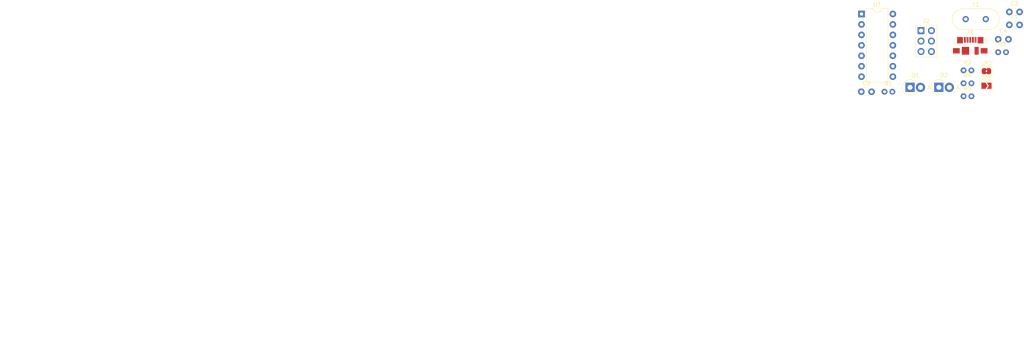
<source format=kicad_pcb>
(kicad_pcb (version 20171130) (host pcbnew "(5.1.6)-1")

  (general
    (thickness 1.6)
    (drawings 2)
    (tracks 0)
    (zones 0)
    (modules 17)
    (nets 16)
  )

  (page A4)
  (layers
    (0 F.Cu signal)
    (31 B.Cu signal)
    (32 B.Adhes user)
    (33 F.Adhes user)
    (34 B.Paste user)
    (35 F.Paste user)
    (36 B.SilkS user)
    (37 F.SilkS user)
    (38 B.Mask user)
    (39 F.Mask user)
    (40 Dwgs.User user)
    (41 Cmts.User user)
    (42 Eco1.User user)
    (43 Eco2.User user)
    (44 Edge.Cuts user)
    (45 Margin user)
    (46 B.CrtYd user)
    (47 F.CrtYd user)
    (48 B.Fab user)
    (49 F.Fab user)
  )

  (setup
    (last_trace_width 0.25)
    (trace_clearance 0.2)
    (zone_clearance 0.508)
    (zone_45_only no)
    (trace_min 0.2)
    (via_size 0.8)
    (via_drill 0.4)
    (via_min_size 0.4)
    (via_min_drill 0.3)
    (uvia_size 0.3)
    (uvia_drill 0.1)
    (uvias_allowed no)
    (uvia_min_size 0.2)
    (uvia_min_drill 0.1)
    (edge_width 0.05)
    (segment_width 0.2)
    (pcb_text_width 0.3)
    (pcb_text_size 1.5 1.5)
    (mod_edge_width 0.12)
    (mod_text_size 1 1)
    (mod_text_width 0.15)
    (pad_size 1.524 1.524)
    (pad_drill 0.762)
    (pad_to_mask_clearance 0.05)
    (aux_axis_origin 0 0)
    (visible_elements FFFFFF7F)
    (pcbplotparams
      (layerselection 0x010fc_ffffffff)
      (usegerberextensions false)
      (usegerberattributes true)
      (usegerberadvancedattributes true)
      (creategerberjobfile true)
      (excludeedgelayer true)
      (linewidth 0.100000)
      (plotframeref false)
      (viasonmask false)
      (mode 1)
      (useauxorigin false)
      (hpglpennumber 1)
      (hpglpenspeed 20)
      (hpglpendiameter 15.000000)
      (psnegative false)
      (psa4output false)
      (plotreference true)
      (plotvalue true)
      (plotinvisibletext false)
      (padsonsilk false)
      (subtractmaskfromsilk false)
      (outputformat 1)
      (mirror false)
      (drillshape 1)
      (scaleselection 1)
      (outputdirectory ""))
  )

  (net 0 "")
  (net 1 "Net-(C1-Pad2)")
  (net 2 GND)
  (net 3 "Net-(C2-Pad2)")
  (net 4 /VCC)
  (net 5 "Net-(D1-Pad1)")
  (net 6 "Net-(D2-Pad1)")
  (net 7 /MOSI)
  (net 8 "Net-(J2-Pad2)")
  (net 9 /RST)
  (net 10 /SCK)
  (net 11 /MISO)
  (net 12 "Net-(JP1-Pad1)")
  (net 13 "Net-(JP1-Pad2)")
  (net 14 /D-)
  (net 15 /D+)

  (net_class Default "This is the default net class."
    (clearance 0.2)
    (trace_width 0.25)
    (via_dia 0.8)
    (via_drill 0.4)
    (uvia_dia 0.3)
    (uvia_drill 0.1)
    (add_net /D+)
    (add_net /D-)
    (add_net /MISO)
    (add_net /MOSI)
    (add_net /RST)
    (add_net /SCK)
    (add_net /VCC)
    (add_net GND)
    (add_net "Net-(C1-Pad2)")
    (add_net "Net-(C2-Pad2)")
    (add_net "Net-(D1-Pad1)")
    (add_net "Net-(D2-Pad1)")
    (add_net "Net-(J1-Pad4)")
    (add_net "Net-(J2-Pad2)")
    (add_net "Net-(JP1-Pad1)")
    (add_net "Net-(JP1-Pad2)")
    (add_net "Net-(U1-Pad11)")
    (add_net "Net-(U1-Pad12)")
  )

  (module Connector_PinHeader_2.54mm:PinHeader_2x03_P2.54mm_Vertical (layer F.Cu) (tedit 59FED5CC) (tstamp 5EF922C7)
    (at 241.853201 -30.392199)
    (descr "Through hole straight pin header, 2x03, 2.54mm pitch, double rows")
    (tags "Through hole pin header THT 2x03 2.54mm double row")
    (path /5EF9C4B8)
    (fp_text reference J2 (at 1.27 -2.33) (layer F.SilkS)
      (effects (font (size 1 1) (thickness 0.15)))
    )
    (fp_text value AVR-ISP-6 (at 1.27 7.41) (layer F.Fab)
      (effects (font (size 1 1) (thickness 0.15)))
    )
    (fp_text user %R (at 1.27 2.54 90) (layer F.Fab)
      (effects (font (size 1 1) (thickness 0.15)))
    )
    (fp_line (start 0 -1.27) (end 3.81 -1.27) (layer F.Fab) (width 0.1))
    (fp_line (start 3.81 -1.27) (end 3.81 6.35) (layer F.Fab) (width 0.1))
    (fp_line (start 3.81 6.35) (end -1.27 6.35) (layer F.Fab) (width 0.1))
    (fp_line (start -1.27 6.35) (end -1.27 0) (layer F.Fab) (width 0.1))
    (fp_line (start -1.27 0) (end 0 -1.27) (layer F.Fab) (width 0.1))
    (fp_line (start -1.33 6.41) (end 3.87 6.41) (layer F.SilkS) (width 0.12))
    (fp_line (start -1.33 1.27) (end -1.33 6.41) (layer F.SilkS) (width 0.12))
    (fp_line (start 3.87 -1.33) (end 3.87 6.41) (layer F.SilkS) (width 0.12))
    (fp_line (start -1.33 1.27) (end 1.27 1.27) (layer F.SilkS) (width 0.12))
    (fp_line (start 1.27 1.27) (end 1.27 -1.33) (layer F.SilkS) (width 0.12))
    (fp_line (start 1.27 -1.33) (end 3.87 -1.33) (layer F.SilkS) (width 0.12))
    (fp_line (start -1.33 0) (end -1.33 -1.33) (layer F.SilkS) (width 0.12))
    (fp_line (start -1.33 -1.33) (end 0 -1.33) (layer F.SilkS) (width 0.12))
    (fp_line (start -1.8 -1.8) (end -1.8 6.85) (layer F.CrtYd) (width 0.05))
    (fp_line (start -1.8 6.85) (end 4.35 6.85) (layer F.CrtYd) (width 0.05))
    (fp_line (start 4.35 6.85) (end 4.35 -1.8) (layer F.CrtYd) (width 0.05))
    (fp_line (start 4.35 -1.8) (end -1.8 -1.8) (layer F.CrtYd) (width 0.05))
    (pad 6 thru_hole oval (at 2.54 5.08) (size 1.7 1.7) (drill 1) (layers *.Cu *.Mask)
      (net 2 GND))
    (pad 5 thru_hole oval (at 0 5.08) (size 1.7 1.7) (drill 1) (layers *.Cu *.Mask)
      (net 9 /RST))
    (pad 4 thru_hole oval (at 2.54 2.54) (size 1.7 1.7) (drill 1) (layers *.Cu *.Mask)
      (net 7 /MOSI))
    (pad 3 thru_hole oval (at 0 2.54) (size 1.7 1.7) (drill 1) (layers *.Cu *.Mask)
      (net 10 /SCK))
    (pad 2 thru_hole oval (at 2.54 0) (size 1.7 1.7) (drill 1) (layers *.Cu *.Mask)
      (net 8 "Net-(J2-Pad2)"))
    (pad 1 thru_hole rect (at 0 0) (size 1.7 1.7) (drill 1) (layers *.Cu *.Mask)
      (net 11 /MISO))
    (model ${KISYS3DMOD}/Connector_PinHeader_2.54mm.3dshapes/PinHeader_2x03_P2.54mm_Vertical.wrl
      (at (xyz 0 0 0))
      (scale (xyz 1 1 1))
      (rotate (xyz 0 0 0))
    )
  )

  (module Crystal:Crystal_HC49-4H_Vertical (layer F.Cu) (tedit 5A1AD3B7) (tstamp 5EF92368)
    (at 252.718201 -33.192199)
    (descr "Crystal THT HC-49-4H http://5hertz.com/pdfs/04404_D.pdf")
    (tags "THT crystalHC-49-4H")
    (path /5EF915AA)
    (fp_text reference Y1 (at 2.44 -3.525) (layer F.SilkS)
      (effects (font (size 1 1) (thickness 0.15)))
    )
    (fp_text value 12MHZ (at 2.44 3.525) (layer F.Fab)
      (effects (font (size 1 1) (thickness 0.15)))
    )
    (fp_arc (start 5.64 0) (end 5.64 -2.525) (angle 180) (layer F.SilkS) (width 0.12))
    (fp_arc (start -0.76 0) (end -0.76 -2.525) (angle -180) (layer F.SilkS) (width 0.12))
    (fp_arc (start 5.44 0) (end 5.44 -2) (angle 180) (layer F.Fab) (width 0.1))
    (fp_arc (start -0.56 0) (end -0.56 -2) (angle -180) (layer F.Fab) (width 0.1))
    (fp_arc (start 5.64 0) (end 5.64 -2.325) (angle 180) (layer F.Fab) (width 0.1))
    (fp_arc (start -0.76 0) (end -0.76 -2.325) (angle -180) (layer F.Fab) (width 0.1))
    (fp_text user %R (at 2.44 0) (layer F.Fab)
      (effects (font (size 1 1) (thickness 0.15)))
    )
    (fp_line (start -0.76 -2.325) (end 5.64 -2.325) (layer F.Fab) (width 0.1))
    (fp_line (start -0.76 2.325) (end 5.64 2.325) (layer F.Fab) (width 0.1))
    (fp_line (start -0.56 -2) (end 5.44 -2) (layer F.Fab) (width 0.1))
    (fp_line (start -0.56 2) (end 5.44 2) (layer F.Fab) (width 0.1))
    (fp_line (start -0.76 -2.525) (end 5.64 -2.525) (layer F.SilkS) (width 0.12))
    (fp_line (start -0.76 2.525) (end 5.64 2.525) (layer F.SilkS) (width 0.12))
    (fp_line (start -3.6 -2.8) (end -3.6 2.8) (layer F.CrtYd) (width 0.05))
    (fp_line (start -3.6 2.8) (end 8.5 2.8) (layer F.CrtYd) (width 0.05))
    (fp_line (start 8.5 2.8) (end 8.5 -2.8) (layer F.CrtYd) (width 0.05))
    (fp_line (start 8.5 -2.8) (end -3.6 -2.8) (layer F.CrtYd) (width 0.05))
    (pad 2 thru_hole circle (at 4.88 0) (size 1.5 1.5) (drill 0.8) (layers *.Cu *.Mask)
      (net 3 "Net-(C2-Pad2)"))
    (pad 1 thru_hole circle (at 0 0) (size 1.5 1.5) (drill 0.8) (layers *.Cu *.Mask)
      (net 1 "Net-(C1-Pad2)"))
    (model ${KISYS3DMOD}/Crystal.3dshapes/Crystal_HC49-4H_Vertical.wrl
      (at (xyz 0 0 0))
      (scale (xyz 1 1 1))
      (rotate (xyz 0 0 0))
    )
  )

  (module Package_DIP:DIP-14_W7.62mm (layer F.Cu) (tedit 5A02E8C5) (tstamp 5EF92351)
    (at 227.388201 -34.442199)
    (descr "14-lead though-hole mounted DIP package, row spacing 7.62 mm (300 mils)")
    (tags "THT DIP DIL PDIP 2.54mm 7.62mm 300mil")
    (path /5EF9B48D)
    (fp_text reference U1 (at 3.81 -2.33) (layer F.SilkS)
      (effects (font (size 1 1) (thickness 0.15)))
    )
    (fp_text value ATtiny84-20PU (at 3.81 17.57) (layer F.Fab)
      (effects (font (size 1 1) (thickness 0.15)))
    )
    (fp_text user %R (at 3.81 7.62) (layer F.Fab)
      (effects (font (size 1 1) (thickness 0.15)))
    )
    (fp_arc (start 3.81 -1.33) (end 2.81 -1.33) (angle -180) (layer F.SilkS) (width 0.12))
    (fp_line (start 1.635 -1.27) (end 6.985 -1.27) (layer F.Fab) (width 0.1))
    (fp_line (start 6.985 -1.27) (end 6.985 16.51) (layer F.Fab) (width 0.1))
    (fp_line (start 6.985 16.51) (end 0.635 16.51) (layer F.Fab) (width 0.1))
    (fp_line (start 0.635 16.51) (end 0.635 -0.27) (layer F.Fab) (width 0.1))
    (fp_line (start 0.635 -0.27) (end 1.635 -1.27) (layer F.Fab) (width 0.1))
    (fp_line (start 2.81 -1.33) (end 1.16 -1.33) (layer F.SilkS) (width 0.12))
    (fp_line (start 1.16 -1.33) (end 1.16 16.57) (layer F.SilkS) (width 0.12))
    (fp_line (start 1.16 16.57) (end 6.46 16.57) (layer F.SilkS) (width 0.12))
    (fp_line (start 6.46 16.57) (end 6.46 -1.33) (layer F.SilkS) (width 0.12))
    (fp_line (start 6.46 -1.33) (end 4.81 -1.33) (layer F.SilkS) (width 0.12))
    (fp_line (start -1.1 -1.55) (end -1.1 16.8) (layer F.CrtYd) (width 0.05))
    (fp_line (start -1.1 16.8) (end 8.7 16.8) (layer F.CrtYd) (width 0.05))
    (fp_line (start 8.7 16.8) (end 8.7 -1.55) (layer F.CrtYd) (width 0.05))
    (fp_line (start 8.7 -1.55) (end -1.1 -1.55) (layer F.CrtYd) (width 0.05))
    (pad 14 thru_hole oval (at 7.62 0) (size 1.6 1.6) (drill 0.8) (layers *.Cu *.Mask)
      (net 2 GND))
    (pad 7 thru_hole oval (at 0 15.24) (size 1.6 1.6) (drill 0.8) (layers *.Cu *.Mask)
      (net 7 /MOSI))
    (pad 13 thru_hole oval (at 7.62 2.54) (size 1.6 1.6) (drill 0.8) (layers *.Cu *.Mask)
      (net 14 /D-))
    (pad 6 thru_hole oval (at 0 12.7) (size 1.6 1.6) (drill 0.8) (layers *.Cu *.Mask)
      (net 15 /D+))
    (pad 12 thru_hole oval (at 7.62 5.08) (size 1.6 1.6) (drill 0.8) (layers *.Cu *.Mask))
    (pad 5 thru_hole oval (at 0 10.16) (size 1.6 1.6) (drill 0.8) (layers *.Cu *.Mask)
      (net 15 /D+))
    (pad 11 thru_hole oval (at 7.62 7.62) (size 1.6 1.6) (drill 0.8) (layers *.Cu *.Mask))
    (pad 4 thru_hole oval (at 0 7.62) (size 1.6 1.6) (drill 0.8) (layers *.Cu *.Mask)
      (net 13 "Net-(JP1-Pad2)"))
    (pad 10 thru_hole oval (at 7.62 10.16) (size 1.6 1.6) (drill 0.8) (layers *.Cu *.Mask)
      (net 9 /RST))
    (pad 3 thru_hole oval (at 0 5.08) (size 1.6 1.6) (drill 0.8) (layers *.Cu *.Mask)
      (net 3 "Net-(C2-Pad2)"))
    (pad 9 thru_hole oval (at 7.62 12.7) (size 1.6 1.6) (drill 0.8) (layers *.Cu *.Mask)
      (net 10 /SCK))
    (pad 2 thru_hole oval (at 0 2.54) (size 1.6 1.6) (drill 0.8) (layers *.Cu *.Mask)
      (net 1 "Net-(C1-Pad2)"))
    (pad 8 thru_hole oval (at 7.62 15.24) (size 1.6 1.6) (drill 0.8) (layers *.Cu *.Mask)
      (net 11 /MISO))
    (pad 1 thru_hole rect (at 0 0) (size 1.6 1.6) (drill 0.8) (layers *.Cu *.Mask)
      (net 4 /VCC))
    (model ${KISYS3DMOD}/Package_DIP.3dshapes/DIP-14_W7.62mm.wrl
      (at (xyz 0 0 0))
      (scale (xyz 1 1 1))
      (rotate (xyz 0 0 0))
    )
  )

  (module Resistor_THT:R_Axial_DIN0204_L3.6mm_D1.6mm_P1.90mm_Vertical (layer F.Cu) (tedit 5AE5139B) (tstamp 5EF9232F)
    (at 252.208201 -14.442199)
    (descr "Resistor, Axial_DIN0204 series, Axial, Vertical, pin pitch=1.9mm, 0.167W, length*diameter=3.6*1.6mm^2, http://cdn-reichelt.de/documents/datenblatt/B400/1_4W%23YAG.pdf")
    (tags "Resistor Axial_DIN0204 series Axial Vertical pin pitch 1.9mm 0.167W length 3.6mm diameter 1.6mm")
    (path /5EF9363C)
    (fp_text reference R5 (at 0.95 -1.92) (layer F.SilkS)
      (effects (font (size 1 1) (thickness 0.15)))
    )
    (fp_text value 68 (at 0.95 1.92) (layer F.Fab)
      (effects (font (size 1 1) (thickness 0.15)))
    )
    (fp_text user %R (at 0.95 -1.92) (layer F.Fab)
      (effects (font (size 1 1) (thickness 0.15)))
    )
    (fp_arc (start 0 0) (end 0.417133 -0.7) (angle -233.92106) (layer F.SilkS) (width 0.12))
    (fp_circle (center 0 0) (end 0.8 0) (layer F.Fab) (width 0.1))
    (fp_line (start 0 0) (end 1.9 0) (layer F.Fab) (width 0.1))
    (fp_line (start -1.05 -1.05) (end -1.05 1.05) (layer F.CrtYd) (width 0.05))
    (fp_line (start -1.05 1.05) (end 2.86 1.05) (layer F.CrtYd) (width 0.05))
    (fp_line (start 2.86 1.05) (end 2.86 -1.05) (layer F.CrtYd) (width 0.05))
    (fp_line (start 2.86 -1.05) (end -1.05 -1.05) (layer F.CrtYd) (width 0.05))
    (pad 2 thru_hole oval (at 1.9 0) (size 1.4 1.4) (drill 0.7) (layers *.Cu *.Mask)
      (net 6 "Net-(D2-Pad1)"))
    (pad 1 thru_hole circle (at 0 0) (size 1.4 1.4) (drill 0.7) (layers *.Cu *.Mask)
      (net 15 /D+))
    (model ${KISYS3DMOD}/Resistor_THT.3dshapes/R_Axial_DIN0204_L3.6mm_D1.6mm_P1.90mm_Vertical.wrl
      (at (xyz 0 0 0))
      (scale (xyz 1 1 1))
      (rotate (xyz 0 0 0))
    )
  )

  (module Resistor_THT:R_Axial_DIN0204_L3.6mm_D1.6mm_P1.90mm_Vertical (layer F.Cu) (tedit 5AE5139B) (tstamp 5EF92321)
    (at 252.208201 -17.592199)
    (descr "Resistor, Axial_DIN0204 series, Axial, Vertical, pin pitch=1.9mm, 0.167W, length*diameter=3.6*1.6mm^2, http://cdn-reichelt.de/documents/datenblatt/B400/1_4W%23YAG.pdf")
    (tags "Resistor Axial_DIN0204 series Axial Vertical pin pitch 1.9mm 0.167W length 3.6mm diameter 1.6mm")
    (path /5EF92A54)
    (fp_text reference R4 (at 0.95 -1.92) (layer F.SilkS)
      (effects (font (size 1 1) (thickness 0.15)))
    )
    (fp_text value 68 (at 0.95 1.92) (layer F.Fab)
      (effects (font (size 1 1) (thickness 0.15)))
    )
    (fp_text user %R (at 0.95 -1.92) (layer F.Fab)
      (effects (font (size 1 1) (thickness 0.15)))
    )
    (fp_arc (start 0 0) (end 0.417133 -0.7) (angle -233.92106) (layer F.SilkS) (width 0.12))
    (fp_circle (center 0 0) (end 0.8 0) (layer F.Fab) (width 0.1))
    (fp_line (start 0 0) (end 1.9 0) (layer F.Fab) (width 0.1))
    (fp_line (start -1.05 -1.05) (end -1.05 1.05) (layer F.CrtYd) (width 0.05))
    (fp_line (start -1.05 1.05) (end 2.86 1.05) (layer F.CrtYd) (width 0.05))
    (fp_line (start 2.86 1.05) (end 2.86 -1.05) (layer F.CrtYd) (width 0.05))
    (fp_line (start 2.86 -1.05) (end -1.05 -1.05) (layer F.CrtYd) (width 0.05))
    (pad 2 thru_hole oval (at 1.9 0) (size 1.4 1.4) (drill 0.7) (layers *.Cu *.Mask)
      (net 5 "Net-(D1-Pad1)"))
    (pad 1 thru_hole circle (at 0 0) (size 1.4 1.4) (drill 0.7) (layers *.Cu *.Mask)
      (net 14 /D-))
    (model ${KISYS3DMOD}/Resistor_THT.3dshapes/R_Axial_DIN0204_L3.6mm_D1.6mm_P1.90mm_Vertical.wrl
      (at (xyz 0 0 0))
      (scale (xyz 1 1 1))
      (rotate (xyz 0 0 0))
    )
  )

  (module Resistor_THT:R_Axial_DIN0204_L3.6mm_D1.6mm_P1.90mm_Vertical (layer F.Cu) (tedit 5AE5139B) (tstamp 5EF92313)
    (at 260.618201 -25.142199)
    (descr "Resistor, Axial_DIN0204 series, Axial, Vertical, pin pitch=1.9mm, 0.167W, length*diameter=3.6*1.6mm^2, http://cdn-reichelt.de/documents/datenblatt/B400/1_4W%23YAG.pdf")
    (tags "Resistor Axial_DIN0204 series Axial Vertical pin pitch 1.9mm 0.167W length 3.6mm diameter 1.6mm")
    (path /5EF96EA8)
    (fp_text reference R3 (at 0.95 -1.92) (layer F.SilkS)
      (effects (font (size 1 1) (thickness 0.15)))
    )
    (fp_text value 1.5k (at 0.95 1.92) (layer F.Fab)
      (effects (font (size 1 1) (thickness 0.15)))
    )
    (fp_text user %R (at 0.95 -1.92) (layer F.Fab)
      (effects (font (size 1 1) (thickness 0.15)))
    )
    (fp_arc (start 0 0) (end 0.417133 -0.7) (angle -233.92106) (layer F.SilkS) (width 0.12))
    (fp_circle (center 0 0) (end 0.8 0) (layer F.Fab) (width 0.1))
    (fp_line (start 0 0) (end 1.9 0) (layer F.Fab) (width 0.1))
    (fp_line (start -1.05 -1.05) (end -1.05 1.05) (layer F.CrtYd) (width 0.05))
    (fp_line (start -1.05 1.05) (end 2.86 1.05) (layer F.CrtYd) (width 0.05))
    (fp_line (start 2.86 1.05) (end 2.86 -1.05) (layer F.CrtYd) (width 0.05))
    (fp_line (start 2.86 -1.05) (end -1.05 -1.05) (layer F.CrtYd) (width 0.05))
    (pad 2 thru_hole oval (at 1.9 0) (size 1.4 1.4) (drill 0.7) (layers *.Cu *.Mask)
      (net 5 "Net-(D1-Pad1)"))
    (pad 1 thru_hole circle (at 0 0) (size 1.4 1.4) (drill 0.7) (layers *.Cu *.Mask)
      (net 4 /VCC))
    (model ${KISYS3DMOD}/Resistor_THT.3dshapes/R_Axial_DIN0204_L3.6mm_D1.6mm_P1.90mm_Vertical.wrl
      (at (xyz 0 0 0))
      (scale (xyz 1 1 1))
      (rotate (xyz 0 0 0))
    )
  )

  (module Resistor_THT:R_Axial_DIN0204_L3.6mm_D1.6mm_P1.90mm_Vertical (layer F.Cu) (tedit 5AE5139B) (tstamp 5EF92305)
    (at 252.208201 -20.742199)
    (descr "Resistor, Axial_DIN0204 series, Axial, Vertical, pin pitch=1.9mm, 0.167W, length*diameter=3.6*1.6mm^2, http://cdn-reichelt.de/documents/datenblatt/B400/1_4W%23YAG.pdf")
    (tags "Resistor Axial_DIN0204 series Axial Vertical pin pitch 1.9mm 0.167W length 3.6mm diameter 1.6mm")
    (path /5EF8EE28)
    (fp_text reference R2 (at 0.95 -1.92) (layer F.SilkS)
      (effects (font (size 1 1) (thickness 0.15)))
    )
    (fp_text value 10k (at 0.95 1.92) (layer F.Fab)
      (effects (font (size 1 1) (thickness 0.15)))
    )
    (fp_text user %R (at 0.95 -1.92) (layer F.Fab)
      (effects (font (size 1 1) (thickness 0.15)))
    )
    (fp_arc (start 0 0) (end 0.417133 -0.7) (angle -233.92106) (layer F.SilkS) (width 0.12))
    (fp_circle (center 0 0) (end 0.8 0) (layer F.Fab) (width 0.1))
    (fp_line (start 0 0) (end 1.9 0) (layer F.Fab) (width 0.1))
    (fp_line (start -1.05 -1.05) (end -1.05 1.05) (layer F.CrtYd) (width 0.05))
    (fp_line (start -1.05 1.05) (end 2.86 1.05) (layer F.CrtYd) (width 0.05))
    (fp_line (start 2.86 1.05) (end 2.86 -1.05) (layer F.CrtYd) (width 0.05))
    (fp_line (start 2.86 -1.05) (end -1.05 -1.05) (layer F.CrtYd) (width 0.05))
    (pad 2 thru_hole oval (at 1.9 0) (size 1.4 1.4) (drill 0.7) (layers *.Cu *.Mask)
      (net 4 /VCC))
    (pad 1 thru_hole circle (at 0 0) (size 1.4 1.4) (drill 0.7) (layers *.Cu *.Mask)
      (net 13 "Net-(JP1-Pad2)"))
    (model ${KISYS3DMOD}/Resistor_THT.3dshapes/R_Axial_DIN0204_L3.6mm_D1.6mm_P1.90mm_Vertical.wrl
      (at (xyz 0 0 0))
      (scale (xyz 1 1 1))
      (rotate (xyz 0 0 0))
    )
  )

  (module Resistor_THT:R_Axial_DIN0204_L3.6mm_D1.6mm_P1.90mm_Vertical (layer F.Cu) (tedit 5AE5139B) (tstamp 5EF922F7)
    (at 232.988201 -15.542199)
    (descr "Resistor, Axial_DIN0204 series, Axial, Vertical, pin pitch=1.9mm, 0.167W, length*diameter=3.6*1.6mm^2, http://cdn-reichelt.de/documents/datenblatt/B400/1_4W%23YAG.pdf")
    (tags "Resistor Axial_DIN0204 series Axial Vertical pin pitch 1.9mm 0.167W length 3.6mm diameter 1.6mm")
    (path /5EFBE903)
    (fp_text reference R1 (at 0.95 -1.92) (layer F.SilkS)
      (effects (font (size 1 1) (thickness 0.15)))
    )
    (fp_text value 0 (at 0.95 1.92) (layer F.Fab)
      (effects (font (size 1 1) (thickness 0.15)))
    )
    (fp_text user %R (at 0.95 -1.92) (layer F.Fab)
      (effects (font (size 1 1) (thickness 0.15)))
    )
    (fp_arc (start 0 0) (end 0.417133 -0.7) (angle -233.92106) (layer F.SilkS) (width 0.12))
    (fp_circle (center 0 0) (end 0.8 0) (layer F.Fab) (width 0.1))
    (fp_line (start 0 0) (end 1.9 0) (layer F.Fab) (width 0.1))
    (fp_line (start -1.05 -1.05) (end -1.05 1.05) (layer F.CrtYd) (width 0.05))
    (fp_line (start -1.05 1.05) (end 2.86 1.05) (layer F.CrtYd) (width 0.05))
    (fp_line (start 2.86 1.05) (end 2.86 -1.05) (layer F.CrtYd) (width 0.05))
    (fp_line (start 2.86 -1.05) (end -1.05 -1.05) (layer F.CrtYd) (width 0.05))
    (pad 2 thru_hole oval (at 1.9 0) (size 1.4 1.4) (drill 0.7) (layers *.Cu *.Mask)
      (net 9 /RST))
    (pad 1 thru_hole circle (at 0 0) (size 1.4 1.4) (drill 0.7) (layers *.Cu *.Mask)
      (net 12 "Net-(JP1-Pad1)"))
    (model ${KISYS3DMOD}/Resistor_THT.3dshapes/R_Axial_DIN0204_L3.6mm_D1.6mm_P1.90mm_Vertical.wrl
      (at (xyz 0 0 0))
      (scale (xyz 1 1 1))
      (rotate (xyz 0 0 0))
    )
  )

  (module Jumper:SolderJumper-2_P1.3mm_Bridged2Bar_RoundedPad1.0x1.5mm (layer F.Cu) (tedit 5C74525F) (tstamp 5EF922E9)
    (at 257.768201 -20.542199)
    (descr "SMD Solder Jumper, 1x1.5mm, rounded Pads, 0.3mm gap, bridged with 2 copper strips")
    (tags "solder jumper open")
    (path /5EFABD71)
    (attr virtual)
    (fp_text reference JP2 (at 0 -1.8) (layer F.SilkS)
      (effects (font (size 1 1) (thickness 0.15)))
    )
    (fp_text value USB_power (at 0 1.9) (layer F.Fab)
      (effects (font (size 1 1) (thickness 0.15)))
    )
    (fp_arc (start -0.7 -0.3) (end -0.7 -1) (angle -90) (layer F.SilkS) (width 0.12))
    (fp_arc (start -0.7 0.3) (end -1.4 0.3) (angle -90) (layer F.SilkS) (width 0.12))
    (fp_arc (start 0.7 0.3) (end 0.7 1) (angle -90) (layer F.SilkS) (width 0.12))
    (fp_arc (start 0.7 -0.3) (end 1.4 -0.3) (angle -90) (layer F.SilkS) (width 0.12))
    (fp_line (start -1.4 0.3) (end -1.4 -0.3) (layer F.SilkS) (width 0.12))
    (fp_line (start 0.7 1) (end -0.7 1) (layer F.SilkS) (width 0.12))
    (fp_line (start 1.4 -0.3) (end 1.4 0.3) (layer F.SilkS) (width 0.12))
    (fp_line (start -0.7 -1) (end 0.7 -1) (layer F.SilkS) (width 0.12))
    (fp_line (start -1.65 -1.25) (end 1.65 -1.25) (layer F.CrtYd) (width 0.05))
    (fp_line (start -1.65 -1.25) (end -1.65 1.25) (layer F.CrtYd) (width 0.05))
    (fp_line (start 1.65 1.25) (end 1.65 -1.25) (layer F.CrtYd) (width 0.05))
    (fp_line (start 1.65 1.25) (end -1.65 1.25) (layer F.CrtYd) (width 0.05))
    (fp_poly (pts (xy -0.25 0.2) (xy 0.25 0.2) (xy 0.25 0.6) (xy -0.25 0.6)) (layer F.Cu) (width 0))
    (fp_poly (pts (xy -0.25 -0.6) (xy 0.25 -0.6) (xy 0.25 -0.2) (xy -0.25 -0.2)) (layer F.Cu) (width 0))
    (pad 1 smd custom (at -0.65 0) (size 1 0.5) (layers F.Cu F.Mask)
      (net 4 /VCC) (zone_connect 2)
      (options (clearance outline) (anchor rect))
      (primitives
        (gr_circle (center 0 0.25) (end 0.5 0.25) (width 0))
        (gr_circle (center 0 -0.25) (end 0.5 -0.25) (width 0))
        (gr_poly (pts
           (xy 0.5 0.75) (xy 0.5 -0.75) (xy 0 -0.75) (xy 0 0.75)) (width 0))
      ))
    (pad 2 smd custom (at 0.65 0) (size 1 0.5) (layers F.Cu F.Mask)
      (net 8 "Net-(J2-Pad2)") (zone_connect 2)
      (options (clearance outline) (anchor rect))
      (primitives
        (gr_circle (center 0 0.25) (end 0.5 0.25) (width 0))
        (gr_circle (center 0 -0.25) (end 0.5 -0.25) (width 0))
        (gr_poly (pts
           (xy -0.5 0.75) (xy -0.5 -0.75) (xy 0 -0.75) (xy 0 0.75)) (width 0))
      ))
  )

  (module Jumper:SolderJumper-2_P1.3mm_Open_TrianglePad1.0x1.5mm (layer F.Cu) (tedit 5A64794F) (tstamp 5EF922D5)
    (at 257.768201 -16.992199)
    (descr "SMD Solder Jumper, 1x1.5mm Triangular Pads, 0.3mm gap, open")
    (tags "solder jumper open")
    (path /5EFCA7AE)
    (attr virtual)
    (fp_text reference JP1 (at 0 -1.8) (layer F.SilkS)
      (effects (font (size 1 1) (thickness 0.15)))
    )
    (fp_text value Rest_connect (at 0 1.9) (layer F.Fab)
      (effects (font (size 1 1) (thickness 0.15)))
    )
    (fp_line (start -1.4 1) (end -1.4 -1) (layer F.SilkS) (width 0.12))
    (fp_line (start 1.4 1) (end -1.4 1) (layer F.SilkS) (width 0.12))
    (fp_line (start 1.4 -1) (end 1.4 1) (layer F.SilkS) (width 0.12))
    (fp_line (start -1.4 -1) (end 1.4 -1) (layer F.SilkS) (width 0.12))
    (fp_line (start -1.65 -1.25) (end 1.65 -1.25) (layer F.CrtYd) (width 0.05))
    (fp_line (start -1.65 -1.25) (end -1.65 1.25) (layer F.CrtYd) (width 0.05))
    (fp_line (start 1.65 1.25) (end 1.65 -1.25) (layer F.CrtYd) (width 0.05))
    (fp_line (start 1.65 1.25) (end -1.65 1.25) (layer F.CrtYd) (width 0.05))
    (pad 1 smd custom (at -0.725 0) (size 0.3 0.3) (layers F.Cu F.Mask)
      (net 12 "Net-(JP1-Pad1)") (zone_connect 2)
      (options (clearance outline) (anchor rect))
      (primitives
        (gr_poly (pts
           (xy -0.5 -0.75) (xy 0.5 -0.75) (xy 1 0) (xy 0.5 0.75) (xy -0.5 0.75)
) (width 0))
      ))
    (pad 2 smd custom (at 0.725 0) (size 0.3 0.3) (layers F.Cu F.Mask)
      (net 13 "Net-(JP1-Pad2)") (zone_connect 2)
      (options (clearance outline) (anchor rect))
      (primitives
        (gr_poly (pts
           (xy -0.65 -0.75) (xy 0.5 -0.75) (xy 0.5 0.75) (xy -0.65 0.75) (xy -0.15 0)
) (width 0))
      ))
  )

  (module Connector_USB:USB_Micro-B_Molex_47346-0001 (layer F.Cu) (tedit 5D8620A7) (tstamp 5EF9229C)
    (at 253.818201 -26.692199)
    (descr "Micro USB B receptable with flange, bottom-mount, SMD, right-angle (http://www.molex.com/pdm_docs/sd/473460001_sd.pdf)")
    (tags "Micro B USB SMD")
    (path /5EF8C89D)
    (attr smd)
    (fp_text reference J1 (at 0 -3.3 180) (layer F.SilkS)
      (effects (font (size 1 1) (thickness 0.15)))
    )
    (fp_text value USB_B_Micro (at 0 4.6 180) (layer F.Fab)
      (effects (font (size 1 1) (thickness 0.15)))
    )
    (fp_text user %R (at 0 1.2) (layer F.Fab)
      (effects (font (size 1 1) (thickness 0.15)))
    )
    (fp_text user "PCB Edge" (at 0 2.67 180) (layer Dwgs.User)
      (effects (font (size 0.4 0.4) (thickness 0.04)))
    )
    (fp_line (start 3.81 -1.71) (end 3.43 -1.71) (layer F.SilkS) (width 0.12))
    (fp_line (start 4.7 3.85) (end -4.7 3.85) (layer F.CrtYd) (width 0.05))
    (fp_line (start 4.7 -2.65) (end 4.7 3.85) (layer F.CrtYd) (width 0.05))
    (fp_line (start -4.7 -2.65) (end 4.7 -2.65) (layer F.CrtYd) (width 0.05))
    (fp_line (start -4.7 3.85) (end -4.7 -2.65) (layer F.CrtYd) (width 0.05))
    (fp_line (start 3.75 3.35) (end -3.75 3.35) (layer F.Fab) (width 0.1))
    (fp_line (start 3.75 -1.65) (end 3.75 3.35) (layer F.Fab) (width 0.1))
    (fp_line (start -3.75 -1.65) (end 3.75 -1.65) (layer F.Fab) (width 0.1))
    (fp_line (start -3.75 3.35) (end -3.75 -1.65) (layer F.Fab) (width 0.1))
    (fp_line (start 3.81 2.34) (end 3.81 2.6) (layer F.SilkS) (width 0.12))
    (fp_line (start 3.81 -1.71) (end 3.81 0.06) (layer F.SilkS) (width 0.12))
    (fp_line (start -3.81 -1.71) (end -3.43 -1.71) (layer F.SilkS) (width 0.12))
    (fp_line (start -3.81 0.06) (end -3.81 -1.71) (layer F.SilkS) (width 0.12))
    (fp_line (start -3.81 2.6) (end -3.81 2.34) (layer F.SilkS) (width 0.12))
    (fp_line (start -3.25 2.65) (end 3.25 2.65) (layer F.Fab) (width 0.1))
    (pad 6 smd rect (at 1.55 1.2) (size 1 1.9) (layers F.Cu F.Paste F.Mask)
      (net 2 GND))
    (pad 6 smd rect (at -1.15 1.2) (size 1.8 1.9) (layers F.Cu F.Paste F.Mask)
      (net 2 GND))
    (pad 6 smd rect (at 3.375 1.2) (size 1.65 1.3) (layers F.Cu F.Paste F.Mask)
      (net 2 GND))
    (pad 6 smd rect (at -3.375 1.2) (size 1.65 1.3) (layers F.Cu F.Paste F.Mask)
      (net 2 GND))
    (pad 6 smd rect (at 2.4875 -1.375) (size 1.425 1.55) (layers F.Cu F.Paste F.Mask)
      (net 2 GND))
    (pad 6 smd rect (at -2.4875 -1.375) (size 1.425 1.55) (layers F.Cu F.Paste F.Mask)
      (net 2 GND))
    (pad 5 smd rect (at 1.3 -1.46) (size 0.45 1.38) (layers F.Cu F.Paste F.Mask)
      (net 2 GND))
    (pad 4 smd rect (at 0.65 -1.46) (size 0.45 1.38) (layers F.Cu F.Paste F.Mask))
    (pad 3 smd rect (at 0 -1.46) (size 0.45 1.38) (layers F.Cu F.Paste F.Mask)
      (net 6 "Net-(D2-Pad1)"))
    (pad 2 smd rect (at -0.65 -1.46) (size 0.45 1.38) (layers F.Cu F.Paste F.Mask)
      (net 5 "Net-(D1-Pad1)"))
    (pad 1 smd rect (at -1.3 -1.46) (size 0.45 1.38) (layers F.Cu F.Paste F.Mask)
      (net 4 /VCC))
    (model ${KISYS3DMOD}/Connector_USB.3dshapes/USB_Micro-B_Molex_47346-0001.wrl
      (at (xyz 0 0 0))
      (scale (xyz 1 1 1))
      (rotate (xyz 0 0 0))
    )
  )

  (module Diode_THT:D_DO-15_P2.54mm_Vertical_AnodeUp (layer F.Cu) (tedit 5AE50CD5) (tstamp 5EF9227C)
    (at 246.198201 -16.602199)
    (descr "Diode, DO-15 series, Axial, Vertical, pin pitch=2.54mm, , length*diameter=7.6*3.6mm^2, , http://www.diodes.com/_files/packages/DO-15.pdf")
    (tags "Diode DO-15 series Axial Vertical pin pitch 2.54mm  length 7.6mm diameter 3.6mm")
    (path /5EF9208F)
    (fp_text reference D2 (at 1.27 -2.92) (layer F.SilkS)
      (effects (font (size 1 1) (thickness 0.15)))
    )
    (fp_text value 3v3 (at 1.27 3.809) (layer F.Fab)
      (effects (font (size 1 1) (thickness 0.15)))
    )
    (fp_text user A (at 4.66 0) (layer F.SilkS)
      (effects (font (size 1 1) (thickness 0.15)))
    )
    (fp_text user A (at 4.66 0) (layer F.Fab)
      (effects (font (size 1 1) (thickness 0.15)))
    )
    (fp_text user %R (at 1.27 -2.92) (layer F.Fab)
      (effects (font (size 1 1) (thickness 0.15)))
    )
    (fp_arc (start 0 0) (end 1.514596 -1.12) (angle -284.154462) (layer F.SilkS) (width 0.12))
    (fp_circle (center 0 0) (end 1.8 0) (layer F.Fab) (width 0.1))
    (fp_line (start 0 0) (end 2.54 0) (layer F.Fab) (width 0.1))
    (fp_line (start -2.05 -2.05) (end -2.05 2.05) (layer F.CrtYd) (width 0.05))
    (fp_line (start -2.05 2.05) (end 3.91 2.05) (layer F.CrtYd) (width 0.05))
    (fp_line (start 3.91 2.05) (end 3.91 -2.05) (layer F.CrtYd) (width 0.05))
    (fp_line (start 3.91 -2.05) (end -2.05 -2.05) (layer F.CrtYd) (width 0.05))
    (pad 2 thru_hole oval (at 2.54 0) (size 2.24 2.24) (drill 1.2) (layers *.Cu *.Mask)
      (net 2 GND))
    (pad 1 thru_hole rect (at 0 0) (size 2.24 2.24) (drill 1.2) (layers *.Cu *.Mask)
      (net 6 "Net-(D2-Pad1)"))
    (model ${KISYS3DMOD}/Diode_THT.3dshapes/D_DO-15_P2.54mm_Vertical_AnodeUp.wrl
      (at (xyz 0 0 0))
      (scale (xyz 1 1 1))
      (rotate (xyz 0 0 0))
    )
  )

  (module Diode_THT:D_DO-15_P2.54mm_Vertical_AnodeUp (layer F.Cu) (tedit 5AE50CD5) (tstamp 5EF9226C)
    (at 239.188201 -16.602199)
    (descr "Diode, DO-15 series, Axial, Vertical, pin pitch=2.54mm, , length*diameter=7.6*3.6mm^2, , http://www.diodes.com/_files/packages/DO-15.pdf")
    (tags "Diode DO-15 series Axial Vertical pin pitch 2.54mm  length 7.6mm diameter 3.6mm")
    (path /5EF95067)
    (fp_text reference D1 (at 1.27 -2.92) (layer F.SilkS)
      (effects (font (size 1 1) (thickness 0.15)))
    )
    (fp_text value 3v3 (at 1.27 3.809) (layer F.Fab)
      (effects (font (size 1 1) (thickness 0.15)))
    )
    (fp_text user A (at 4.66 0) (layer F.SilkS)
      (effects (font (size 1 1) (thickness 0.15)))
    )
    (fp_text user A (at 4.66 0) (layer F.Fab)
      (effects (font (size 1 1) (thickness 0.15)))
    )
    (fp_text user %R (at 1.27 -2.92) (layer F.Fab)
      (effects (font (size 1 1) (thickness 0.15)))
    )
    (fp_arc (start 0 0) (end 1.514596 -1.12) (angle -284.154462) (layer F.SilkS) (width 0.12))
    (fp_circle (center 0 0) (end 1.8 0) (layer F.Fab) (width 0.1))
    (fp_line (start 0 0) (end 2.54 0) (layer F.Fab) (width 0.1))
    (fp_line (start -2.05 -2.05) (end -2.05 2.05) (layer F.CrtYd) (width 0.05))
    (fp_line (start -2.05 2.05) (end 3.91 2.05) (layer F.CrtYd) (width 0.05))
    (fp_line (start 3.91 2.05) (end 3.91 -2.05) (layer F.CrtYd) (width 0.05))
    (fp_line (start 3.91 -2.05) (end -2.05 -2.05) (layer F.CrtYd) (width 0.05))
    (pad 2 thru_hole oval (at 2.54 0) (size 2.24 2.24) (drill 1.2) (layers *.Cu *.Mask)
      (net 2 GND))
    (pad 1 thru_hole rect (at 0 0) (size 2.24 2.24) (drill 1.2) (layers *.Cu *.Mask)
      (net 5 "Net-(D1-Pad1)"))
    (model ${KISYS3DMOD}/Diode_THT.3dshapes/D_DO-15_P2.54mm_Vertical_AnodeUp.wrl
      (at (xyz 0 0 0))
      (scale (xyz 1 1 1))
      (rotate (xyz 0 0 0))
    )
  )

  (module Capacitor_THT:C_Disc_D3.0mm_W1.6mm_P2.50mm (layer F.Cu) (tedit 5AE50EF0) (tstamp 5EF9225C)
    (at 260.618201 -28.292199)
    (descr "C, Disc series, Radial, pin pitch=2.50mm, , diameter*width=3.0*1.6mm^2, Capacitor, http://www.vishay.com/docs/45233/krseries.pdf")
    (tags "C Disc series Radial pin pitch 2.50mm  diameter 3.0mm width 1.6mm Capacitor")
    (path /5EF9DD27)
    (fp_text reference C4 (at 1.25 -2.05) (layer F.SilkS)
      (effects (font (size 1 1) (thickness 0.15)))
    )
    (fp_text value 10uf (at 1.25 2.05) (layer F.Fab)
      (effects (font (size 1 1) (thickness 0.15)))
    )
    (fp_text user %R (at 1.25 0) (layer F.Fab)
      (effects (font (size 0.6 0.6) (thickness 0.09)))
    )
    (fp_line (start -0.25 -0.8) (end -0.25 0.8) (layer F.Fab) (width 0.1))
    (fp_line (start -0.25 0.8) (end 2.75 0.8) (layer F.Fab) (width 0.1))
    (fp_line (start 2.75 0.8) (end 2.75 -0.8) (layer F.Fab) (width 0.1))
    (fp_line (start 2.75 -0.8) (end -0.25 -0.8) (layer F.Fab) (width 0.1))
    (fp_line (start 0.621 -0.92) (end 1.879 -0.92) (layer F.SilkS) (width 0.12))
    (fp_line (start 0.621 0.92) (end 1.879 0.92) (layer F.SilkS) (width 0.12))
    (fp_line (start -1.05 -1.05) (end -1.05 1.05) (layer F.CrtYd) (width 0.05))
    (fp_line (start -1.05 1.05) (end 3.55 1.05) (layer F.CrtYd) (width 0.05))
    (fp_line (start 3.55 1.05) (end 3.55 -1.05) (layer F.CrtYd) (width 0.05))
    (fp_line (start 3.55 -1.05) (end -1.05 -1.05) (layer F.CrtYd) (width 0.05))
    (pad 2 thru_hole circle (at 2.5 0) (size 1.6 1.6) (drill 0.8) (layers *.Cu *.Mask)
      (net 2 GND))
    (pad 1 thru_hole circle (at 0 0) (size 1.6 1.6) (drill 0.8) (layers *.Cu *.Mask)
      (net 4 /VCC))
    (model ${KISYS3DMOD}/Capacitor_THT.3dshapes/C_Disc_D3.0mm_W1.6mm_P2.50mm.wrl
      (at (xyz 0 0 0))
      (scale (xyz 1 1 1))
      (rotate (xyz 0 0 0))
    )
  )

  (module Capacitor_THT:C_Disc_D3.0mm_W1.6mm_P2.50mm (layer F.Cu) (tedit 5AE50EF0) (tstamp 5EF9224B)
    (at 263.318201 -34.942199)
    (descr "C, Disc series, Radial, pin pitch=2.50mm, , diameter*width=3.0*1.6mm^2, Capacitor, http://www.vishay.com/docs/45233/krseries.pdf")
    (tags "C Disc series Radial pin pitch 2.50mm  diameter 3.0mm width 1.6mm Capacitor")
    (path /5EF9D5A3)
    (fp_text reference C3 (at 1.25 -2.05) (layer F.SilkS)
      (effects (font (size 1 1) (thickness 0.15)))
    )
    (fp_text value 0.1uf (at 1.25 2.05) (layer F.Fab)
      (effects (font (size 1 1) (thickness 0.15)))
    )
    (fp_text user %R (at 1.25 0) (layer F.Fab)
      (effects (font (size 0.6 0.6) (thickness 0.09)))
    )
    (fp_line (start -0.25 -0.8) (end -0.25 0.8) (layer F.Fab) (width 0.1))
    (fp_line (start -0.25 0.8) (end 2.75 0.8) (layer F.Fab) (width 0.1))
    (fp_line (start 2.75 0.8) (end 2.75 -0.8) (layer F.Fab) (width 0.1))
    (fp_line (start 2.75 -0.8) (end -0.25 -0.8) (layer F.Fab) (width 0.1))
    (fp_line (start 0.621 -0.92) (end 1.879 -0.92) (layer F.SilkS) (width 0.12))
    (fp_line (start 0.621 0.92) (end 1.879 0.92) (layer F.SilkS) (width 0.12))
    (fp_line (start -1.05 -1.05) (end -1.05 1.05) (layer F.CrtYd) (width 0.05))
    (fp_line (start -1.05 1.05) (end 3.55 1.05) (layer F.CrtYd) (width 0.05))
    (fp_line (start 3.55 1.05) (end 3.55 -1.05) (layer F.CrtYd) (width 0.05))
    (fp_line (start 3.55 -1.05) (end -1.05 -1.05) (layer F.CrtYd) (width 0.05))
    (pad 2 thru_hole circle (at 2.5 0) (size 1.6 1.6) (drill 0.8) (layers *.Cu *.Mask)
      (net 2 GND))
    (pad 1 thru_hole circle (at 0 0) (size 1.6 1.6) (drill 0.8) (layers *.Cu *.Mask)
      (net 4 /VCC))
    (model ${KISYS3DMOD}/Capacitor_THT.3dshapes/C_Disc_D3.0mm_W1.6mm_P2.50mm.wrl
      (at (xyz 0 0 0))
      (scale (xyz 1 1 1))
      (rotate (xyz 0 0 0))
    )
  )

  (module Capacitor_THT:C_Disc_D3.0mm_W1.6mm_P2.50mm (layer F.Cu) (tedit 5AE50EF0) (tstamp 5EF9223A)
    (at 227.338201 -15.542199)
    (descr "C, Disc series, Radial, pin pitch=2.50mm, , diameter*width=3.0*1.6mm^2, Capacitor, http://www.vishay.com/docs/45233/krseries.pdf")
    (tags "C Disc series Radial pin pitch 2.50mm  diameter 3.0mm width 1.6mm Capacitor")
    (path /5EFA24BA)
    (fp_text reference C2 (at 1.25 -2.05) (layer F.SilkS)
      (effects (font (size 1 1) (thickness 0.15)))
    )
    (fp_text value 18pf (at 1.25 2.05) (layer F.Fab)
      (effects (font (size 1 1) (thickness 0.15)))
    )
    (fp_text user %R (at 1.25 0) (layer F.Fab)
      (effects (font (size 0.6 0.6) (thickness 0.09)))
    )
    (fp_line (start -0.25 -0.8) (end -0.25 0.8) (layer F.Fab) (width 0.1))
    (fp_line (start -0.25 0.8) (end 2.75 0.8) (layer F.Fab) (width 0.1))
    (fp_line (start 2.75 0.8) (end 2.75 -0.8) (layer F.Fab) (width 0.1))
    (fp_line (start 2.75 -0.8) (end -0.25 -0.8) (layer F.Fab) (width 0.1))
    (fp_line (start 0.621 -0.92) (end 1.879 -0.92) (layer F.SilkS) (width 0.12))
    (fp_line (start 0.621 0.92) (end 1.879 0.92) (layer F.SilkS) (width 0.12))
    (fp_line (start -1.05 -1.05) (end -1.05 1.05) (layer F.CrtYd) (width 0.05))
    (fp_line (start -1.05 1.05) (end 3.55 1.05) (layer F.CrtYd) (width 0.05))
    (fp_line (start 3.55 1.05) (end 3.55 -1.05) (layer F.CrtYd) (width 0.05))
    (fp_line (start 3.55 -1.05) (end -1.05 -1.05) (layer F.CrtYd) (width 0.05))
    (pad 2 thru_hole circle (at 2.5 0) (size 1.6 1.6) (drill 0.8) (layers *.Cu *.Mask)
      (net 3 "Net-(C2-Pad2)"))
    (pad 1 thru_hole circle (at 0 0) (size 1.6 1.6) (drill 0.8) (layers *.Cu *.Mask)
      (net 2 GND))
    (model ${KISYS3DMOD}/Capacitor_THT.3dshapes/C_Disc_D3.0mm_W1.6mm_P2.50mm.wrl
      (at (xyz 0 0 0))
      (scale (xyz 1 1 1))
      (rotate (xyz 0 0 0))
    )
  )

  (module Capacitor_THT:C_Disc_D3.0mm_W1.6mm_P2.50mm (layer F.Cu) (tedit 5AE50EF0) (tstamp 5EF92229)
    (at 263.318201 -31.792199)
    (descr "C, Disc series, Radial, pin pitch=2.50mm, , diameter*width=3.0*1.6mm^2, Capacitor, http://www.vishay.com/docs/45233/krseries.pdf")
    (tags "C Disc series Radial pin pitch 2.50mm  diameter 3.0mm width 1.6mm Capacitor")
    (path /5EF9045C)
    (fp_text reference C1 (at 1.25 -2.05) (layer F.SilkS)
      (effects (font (size 1 1) (thickness 0.15)))
    )
    (fp_text value 18pf (at 1.25 2.05) (layer F.Fab)
      (effects (font (size 1 1) (thickness 0.15)))
    )
    (fp_text user %R (at 1.25 0) (layer F.Fab)
      (effects (font (size 0.6 0.6) (thickness 0.09)))
    )
    (fp_line (start -0.25 -0.8) (end -0.25 0.8) (layer F.Fab) (width 0.1))
    (fp_line (start -0.25 0.8) (end 2.75 0.8) (layer F.Fab) (width 0.1))
    (fp_line (start 2.75 0.8) (end 2.75 -0.8) (layer F.Fab) (width 0.1))
    (fp_line (start 2.75 -0.8) (end -0.25 -0.8) (layer F.Fab) (width 0.1))
    (fp_line (start 0.621 -0.92) (end 1.879 -0.92) (layer F.SilkS) (width 0.12))
    (fp_line (start 0.621 0.92) (end 1.879 0.92) (layer F.SilkS) (width 0.12))
    (fp_line (start -1.05 -1.05) (end -1.05 1.05) (layer F.CrtYd) (width 0.05))
    (fp_line (start -1.05 1.05) (end 3.55 1.05) (layer F.CrtYd) (width 0.05))
    (fp_line (start 3.55 1.05) (end 3.55 -1.05) (layer F.CrtYd) (width 0.05))
    (fp_line (start 3.55 -1.05) (end -1.05 -1.05) (layer F.CrtYd) (width 0.05))
    (pad 2 thru_hole circle (at 2.5 0) (size 1.6 1.6) (drill 0.8) (layers *.Cu *.Mask)
      (net 1 "Net-(C1-Pad2)"))
    (pad 1 thru_hole circle (at 0 0) (size 1.6 1.6) (drill 0.8) (layers *.Cu *.Mask)
      (net 2 GND))
    (model ${KISYS3DMOD}/Capacitor_THT.3dshapes/C_Disc_D3.0mm_W1.6mm_P2.50mm.wrl
      (at (xyz 0 0 0))
      (scale (xyz 1 1 1))
      (rotate (xyz 0 0 0))
    )
  )

  (dimension 24.927706 (width 0.15) (layer Dwgs.User)
    (gr_text "24.928 mm" (at 21.634845 37.889253 270) (layer Dwgs.User)
      (effects (font (size 1 1) (thickness 0.15)))
    )
    (feature1 (pts (xy 25.4 50.353106) (xy 22.348424 50.353106)))
    (feature2 (pts (xy 25.4 25.4254) (xy 22.348424 25.4254)))
    (crossbar (pts (xy 22.934845 25.4254) (xy 22.934845 50.353106)))
    (arrow1a (pts (xy 22.934845 50.353106) (xy 22.348424 49.226602)))
    (arrow1b (pts (xy 22.934845 50.353106) (xy 23.521266 49.226602)))
    (arrow2a (pts (xy 22.934845 25.4254) (xy 22.348424 26.551904)))
    (arrow2b (pts (xy 22.934845 25.4254) (xy 23.521266 26.551904)))
  )
  (dimension 30.008731 (width 0.15) (layer Dwgs.User)
    (gr_text "30.009 mm" (at 40.404365 21.433) (layer Dwgs.User)
      (effects (font (size 1 1) (thickness 0.15)))
    )
    (feature1 (pts (xy 55.408731 25.4254) (xy 55.408731 22.146579)))
    (feature2 (pts (xy 25.4 25.4254) (xy 25.4 22.146579)))
    (crossbar (pts (xy 25.4 22.733) (xy 55.408731 22.733)))
    (arrow1a (pts (xy 55.408731 22.733) (xy 54.282227 23.319421)))
    (arrow1b (pts (xy 55.408731 22.733) (xy 54.282227 22.146579)))
    (arrow2a (pts (xy 25.4 22.733) (xy 26.526504 23.319421)))
    (arrow2b (pts (xy 25.4 22.733) (xy 26.526504 22.146579)))
  )

)

</source>
